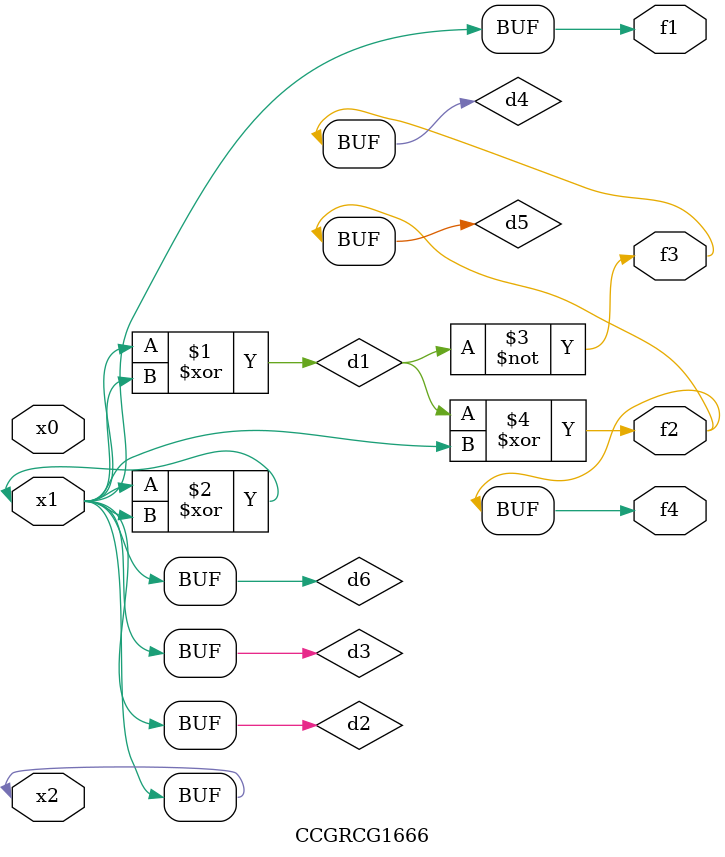
<source format=v>
module CCGRCG1666(
	input x0, x1, x2,
	output f1, f2, f3, f4
);

	wire d1, d2, d3, d4, d5, d6;

	xor (d1, x1, x2);
	buf (d2, x1, x2);
	xor (d3, x1, x2);
	nor (d4, d1);
	xor (d5, d1, d2);
	buf (d6, d2, d3);
	assign f1 = d6;
	assign f2 = d5;
	assign f3 = d4;
	assign f4 = d5;
endmodule

</source>
